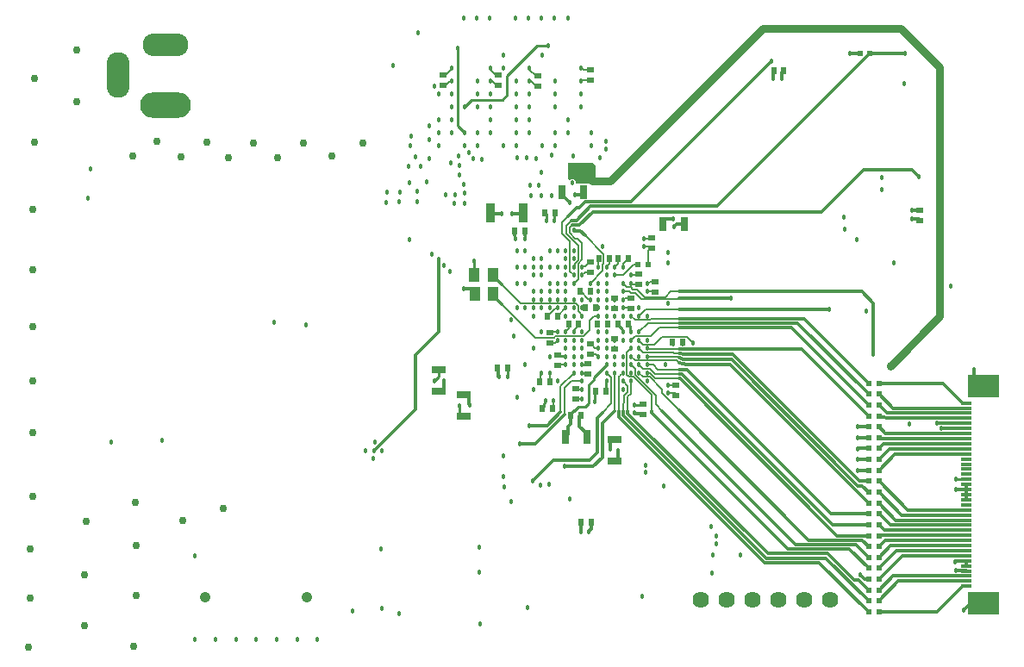
<source format=gbl>
G04*
G04 #@! TF.GenerationSoftware,Altium Limited,Altium Designer,20.1.11 (218)*
G04*
G04 Layer_Physical_Order=4*
G04 Layer_Color=16711680*
%FSLAX25Y25*%
%MOIN*%
G70*
G04*
G04 #@! TF.SameCoordinates,79C4E474-355B-46CA-A0E8-57BC19F8BC65*
G04*
G04*
G04 #@! TF.FilePolarity,Positive*
G04*
G01*
G75*
%ADD18C,0.00500*%
%ADD22C,0.01000*%
%ADD24R,0.02362X0.02756*%
%ADD25R,0.02362X0.02362*%
%ADD28R,0.02756X0.02362*%
%ADD33R,0.05512X0.03150*%
%ADD42R,0.03150X0.05512*%
%ADD72C,0.01233*%
%ADD73C,0.03000*%
%ADD74C,0.00800*%
%ADD75C,0.06378*%
%ADD76O,0.08858X0.17717*%
%ADD77O,0.17717X0.08858*%
%ADD78O,0.19685X0.09843*%
%ADD79C,0.04134*%
%ADD80C,0.03000*%
%ADD81C,0.01800*%
%ADD83R,0.04331X0.05512*%
%ADD84R,0.03740X0.07480*%
%ADD85R,0.04331X0.01181*%
%ADD86R,0.12205X0.09055*%
%ADD87C,0.01200*%
%ADD88C,0.01207*%
G36*
X406940Y339301D02*
Y332765D01*
X406562Y332387D01*
X399595D01*
X399452Y332561D01*
X399343Y333107D01*
X399034Y333570D01*
X398571Y333880D01*
X398025Y333988D01*
X397479Y333880D01*
X397125Y333643D01*
X396402Y334366D01*
X396447Y340457D01*
X405761Y340479D01*
X406940Y339301D01*
D02*
G37*
D18*
X433865Y288501D02*
X436010Y290646D01*
X439446D01*
X426003Y288501D02*
X433865D01*
X423079Y291425D02*
X426003Y288501D01*
X421275Y291425D02*
X423079D01*
X417534Y293766D02*
X419099Y292201D01*
X420499D01*
X421275Y291425D01*
X438794Y287538D02*
X439192Y287936D01*
X424607Y287538D02*
X438794D01*
X422222Y289922D02*
X424607Y287538D01*
X417521Y290622D02*
X420068D01*
X420768Y289922D02*
X422222D01*
X420068Y290622D02*
X420768Y289922D01*
X428667Y244390D02*
Y250527D01*
X421638Y257556D02*
X428667Y250527D01*
X432687Y251204D02*
Y252741D01*
X425390Y257556D02*
X427872D01*
X432687Y252741D01*
X429953Y256901D02*
X439192D01*
X427977Y258877D02*
X429953Y256901D01*
X426970Y259126D02*
X427219Y258877D01*
X427977D01*
X419101Y258475D02*
X420021Y257556D01*
X419101Y267005D02*
X420671Y268575D01*
X419101Y258475D02*
Y267005D01*
X437111Y266995D02*
X437417Y266689D01*
X423820Y268575D02*
X425400Y266995D01*
X437111D01*
X426970Y268575D02*
X427123Y268422D01*
X388403Y280919D02*
Y281116D01*
X391361Y284074D01*
X392076D01*
X392324Y284323D01*
X392340Y280919D02*
Y281116D01*
X395474Y284250D01*
Y284323D01*
Y274874D02*
X396826Y276225D01*
X402852Y312288D02*
X410159Y304981D01*
X409651Y300925D02*
X410159Y301433D01*
Y304981D01*
X404889Y293813D02*
X409651Y298575D01*
Y300925D01*
X427643Y308133D02*
X428290Y307486D01*
X425659Y308133D02*
X427643D01*
X427783Y310916D02*
X428290Y311423D01*
X425715Y310916D02*
X427783D01*
X426376Y283728D02*
X439209D01*
X423820Y281173D02*
X426376Y283728D01*
X414378Y296935D02*
X417535D01*
X421501Y300901D01*
X423457D01*
X427394D02*
Y306590D01*
X428290Y307486D01*
X415735Y301433D02*
Y303399D01*
X414372Y300071D02*
X415735Y301433D01*
X406412Y281065D02*
X407964D01*
X404808Y275688D02*
Y279461D01*
X406412Y281065D01*
X401310Y290548D02*
Y290745D01*
Y290548D02*
X404137Y287721D01*
X404674D01*
X404923Y287472D01*
X400589Y282511D02*
X401773Y281326D01*
X400194Y282906D02*
Y284973D01*
X400589Y282511D02*
Y282511D01*
X400194Y282906D02*
X400589Y282511D01*
X399274Y285893D02*
X400194Y284973D01*
X418142Y247574D02*
Y250487D01*
X419447Y251792D02*
Y254051D01*
X418142Y250487D02*
X419447Y251792D01*
X420021Y257556D02*
X421638D01*
X432687Y251204D02*
X439192Y244699D01*
X423820Y259126D02*
X425390Y257556D01*
X429960Y258634D02*
X439192D01*
X423820Y262275D02*
X425390Y260705D01*
X427888D01*
X429960Y258634D01*
X420671Y262275D02*
X422251Y260696D01*
Y258475D02*
X430220Y250506D01*
Y246853D02*
Y250506D01*
X422251Y258475D02*
Y260696D01*
X420671Y271724D02*
X422251Y273304D01*
X428489D02*
X431786Y276601D01*
X422251Y273304D02*
X428489D01*
X425390Y270154D02*
X429592D01*
X432575Y273137D01*
X423820Y271724D02*
X425390Y270154D01*
X432575Y273137D02*
X442310D01*
X444713Y270733D01*
X420824Y281173D02*
X422476Y279522D01*
X428029D02*
X428591Y280083D01*
X422476Y279522D02*
X428029D01*
X370570Y293206D02*
X377884Y285893D01*
X399274D01*
X389231Y270649D02*
X391277D01*
X392268Y271639D01*
X402420Y273301D02*
X404808Y275688D01*
X391452Y273301D02*
X402420D01*
X390886Y272735D02*
X391452Y273301D01*
X383657Y272735D02*
X390886D01*
X370570Y285822D02*
X383657Y272735D01*
X397054Y298491D02*
Y309926D01*
Y298491D02*
X398624Y296921D01*
Y293772D02*
X400203Y295351D01*
Y301278D01*
X393933Y317222D02*
X396464Y319754D01*
X393933Y313047D02*
Y317222D01*
Y313047D02*
X397054Y309926D01*
X395725Y312849D02*
Y316073D01*
X397673Y318021D01*
X395725Y312849D02*
X400194Y308381D01*
Y302570D02*
Y308381D01*
X396892Y315216D02*
X397964Y316288D01*
X397975D01*
X396892Y313202D02*
X398942Y311152D01*
X396892Y313202D02*
Y315216D01*
X398942Y311152D02*
X400115D01*
X401807Y309460D01*
Y302882D02*
Y309460D01*
X400203Y301278D02*
X401807Y302882D01*
X398624Y300071D02*
X398872Y300319D01*
Y301249D01*
X400194Y302570D01*
X392753Y261940D02*
X393089Y262275D01*
X395474D01*
X390787Y245760D02*
Y248437D01*
X390237Y245210D02*
X390787Y245760D01*
X429188Y262275D02*
X431022Y260442D01*
X439192D01*
X426970Y262275D02*
X429188D01*
X435002Y254401D02*
X438239D01*
X432346Y276747D02*
X439192Y276617D01*
X431932Y276747D02*
X432346D01*
X439192Y276617D02*
X439192D01*
X431786Y276601D02*
X431932Y276747D01*
X439192Y278350D02*
X439192D01*
X427362Y278415D02*
X427776D01*
X439192Y278350D01*
X423820Y274874D02*
X427215Y278269D01*
X427362Y278415D01*
X428591Y280083D02*
X439192D01*
X420671Y281173D02*
X420824D01*
X409596Y243629D02*
X413151Y247184D01*
X411222Y259126D02*
X413151Y257197D01*
Y247184D02*
Y257197D01*
X414199Y244390D02*
X414199Y244390D01*
X414372Y259126D01*
X401773Y281173D02*
Y281326D01*
X407964Y281065D02*
X408073Y281173D01*
X394959Y242989D02*
Y253194D01*
X397741Y255976D01*
X393382Y253884D02*
X398624Y259126D01*
X393382Y244059D02*
Y253884D01*
X397741Y255976D02*
X401773D01*
X415933Y244390D02*
Y247408D01*
X417713Y244390D02*
Y247146D01*
X418142Y247574D01*
X438665Y265420D02*
X439192Y264893D01*
X437417Y266689D02*
X439192D01*
X427123Y268422D02*
X439192D01*
X419447Y244390D02*
Y247383D01*
X438432Y263853D02*
X439192Y263093D01*
X435161Y263853D02*
X438432D01*
X435162Y265420D02*
X438665D01*
X430220Y246853D02*
X432683Y244390D01*
X437821Y251252D02*
X438423Y250649D01*
X398872Y276012D02*
X400763Y277903D01*
X373069Y260393D02*
X373118Y260344D01*
X389231Y274586D02*
X389516Y274871D01*
X392331D01*
X400763Y277903D02*
Y278099D01*
X398872Y275123D02*
Y276012D01*
X398624Y274874D02*
X398872Y275123D01*
X396826Y276225D02*
Y278099D01*
X385515Y256281D02*
Y258264D01*
X386025Y258774D01*
Y259126D01*
X399280Y248915D02*
X399484Y249119D01*
X401810D01*
X399280Y252852D02*
X399306Y252827D01*
X401773D01*
X405057Y270318D02*
X405254D01*
X406749Y268823D01*
X407824D01*
X408073Y268575D01*
X405057Y266381D02*
X407116D01*
X408073Y265425D01*
X412358Y301206D02*
Y303173D01*
X411222Y300071D02*
X412358Y301206D01*
X408073Y302825D02*
X408421Y303173D01*
X408073Y300071D02*
Y302825D01*
X402840Y297988D02*
X404907D01*
X401773Y296921D02*
X402840Y297988D01*
X404710Y301925D02*
X404907D01*
X403104Y300319D02*
X404710Y301925D01*
X402022Y300319D02*
X403104D01*
X401773Y300071D02*
X402022Y300319D01*
X418315Y287914D02*
X420292D01*
X417873Y287472D02*
X418315Y287914D01*
X417521Y287472D02*
X417873D01*
X419946Y284323D02*
X420292Y283977D01*
X417521Y284323D02*
X419946D01*
X429769Y290622D02*
X430010Y290381D01*
X426970Y290622D02*
X429769D01*
X427868Y294318D02*
X430010D01*
X427322Y293772D02*
X427868Y294318D01*
X426970Y293772D02*
X427322D01*
X423289Y296921D02*
X423646Y297278D01*
X420671Y296921D02*
X423289D01*
X421453Y293341D02*
X423646D01*
X421023Y293772D02*
X421453Y293341D01*
X420671Y293772D02*
X421023D01*
X419672Y303202D02*
Y303399D01*
X417770Y301301D02*
X419672Y303202D01*
X417770Y300319D02*
Y301301D01*
X417521Y300071D02*
X417770Y300319D01*
X435002Y251252D02*
X437821D01*
X438239Y254401D02*
X438423Y254586D01*
X424788Y246774D02*
X424824Y246738D01*
X419447Y249904D02*
X420671Y251128D01*
Y255976D01*
X419447Y247383D02*
Y249904D01*
X417521Y255976D02*
X419447Y254051D01*
X415933Y247408D02*
Y257537D01*
X416355Y257959D02*
X417521Y259126D01*
X415933Y257537D02*
X416355Y257959D01*
X389188Y256546D02*
X389453Y256281D01*
X389188Y256546D02*
Y259115D01*
X422243Y263853D02*
X435161D01*
X420671Y265425D02*
X422243Y263853D01*
X435157Y265425D02*
X435162Y265420D01*
X428620Y265425D02*
X435157D01*
X426970D02*
X428620D01*
D22*
X419598Y277951D02*
X420279Y277270D01*
Y275482D02*
Y277270D01*
Y275482D02*
X420671Y275090D01*
Y274874D02*
Y275090D01*
X415661Y277754D02*
Y277951D01*
Y277754D02*
X417273Y276142D01*
Y275123D02*
Y276142D01*
Y275123D02*
X417521Y274874D01*
X391120Y317970D02*
Y320557D01*
X390932Y320745D02*
X391120Y320557D01*
X387868Y317931D02*
Y320646D01*
X387381Y321132D02*
X387868Y320646D01*
X406413Y257466D02*
X411222Y262275D01*
X406413Y256672D02*
Y257466D01*
X403764Y262428D02*
X404115Y262779D01*
X401926Y262428D02*
X403764D01*
X401773Y262275D02*
X401926Y262428D01*
X404115Y262779D02*
X404312D01*
X404179Y254438D02*
X406413Y256672D01*
X404179Y247399D02*
Y254438D01*
X402907Y246127D02*
X404179Y247399D01*
X398634Y244390D02*
X400371Y246127D01*
X402907D01*
X410968Y252161D02*
X411095Y252288D01*
Y255849D01*
X411222Y255976D01*
X406651Y251780D02*
X407031Y252161D01*
X406651Y248098D02*
Y251780D01*
X406498Y247945D02*
X406651Y248098D01*
X403972Y258984D02*
X404115Y258842D01*
X401915Y258984D02*
X403972D01*
X401773Y259126D02*
X401915Y258984D01*
X378890Y320718D02*
X379018Y320846D01*
X353592Y354761D02*
Y384682D01*
Y354761D02*
X356227Y352126D01*
X384374Y385680D02*
X388707D01*
X372637Y373943D02*
X384374Y385680D01*
X372637Y366538D02*
Y373943D01*
X370882Y364783D02*
X372637Y366538D01*
X356188Y362122D02*
X358849Y364783D01*
X370882D01*
X360081Y297200D02*
X360122Y297158D01*
X360081Y297200D02*
Y302226D01*
X392753Y265877D02*
X393052Y265578D01*
X395321D01*
X395474Y265425D01*
X386300Y245210D02*
X386981Y245891D01*
Y247379D01*
X387667Y248066D01*
Y248282D01*
X355341Y242317D02*
X355977D01*
X354266Y243391D02*
X355341Y242317D01*
X354266Y243391D02*
Y246368D01*
X346488Y257741D02*
Y260358D01*
X344816Y256070D02*
X346488Y257741D01*
X379747Y310922D02*
Y312222D01*
X379739Y310914D02*
X379747Y310922D01*
X375810Y311012D02*
Y312222D01*
Y311012D02*
X375855Y310966D01*
X390932Y320745D02*
X391318Y321132D01*
X550422Y217966D02*
X550466Y217921D01*
X546312Y217966D02*
X550422D01*
X546268Y218010D02*
X546312Y217966D01*
X373118Y257528D02*
Y260344D01*
X422135Y246774D02*
X424788D01*
D24*
X401032Y290746D02*
D03*
X404969D02*
D03*
X402965Y284378D02*
D03*
X406903D02*
D03*
X407673Y278055D02*
D03*
X411610D02*
D03*
X392340Y280919D02*
D03*
X388403D02*
D03*
X396532Y278032D02*
D03*
X400469D02*
D03*
X389345Y255820D02*
D03*
X385408D02*
D03*
X369143Y260910D02*
D03*
X373080D02*
D03*
X386300Y245210D02*
D03*
X390237D02*
D03*
X397267Y242826D02*
D03*
X401204D02*
D03*
X407031Y252161D02*
D03*
X410968D02*
D03*
X436812Y271009D02*
D03*
X440750D02*
D03*
X419598Y277951D02*
D03*
X415661D02*
D03*
X412245Y303326D02*
D03*
X408308D02*
D03*
X419672Y303399D02*
D03*
X415735D02*
D03*
X375810Y314148D02*
D03*
X379747D02*
D03*
X387381Y321132D02*
D03*
X391318D02*
D03*
X479797Y376130D02*
D03*
X475860D02*
D03*
X401255Y201388D02*
D03*
X405192D02*
D03*
D25*
X427394Y300901D02*
D03*
X423457D02*
D03*
X509214Y382813D02*
D03*
X513151D02*
D03*
X516497Y191950D02*
D03*
X512560D02*
D03*
X516497Y196162D02*
D03*
X512560D02*
D03*
Y166676D02*
D03*
X516497D02*
D03*
Y200375D02*
D03*
X512560D02*
D03*
Y170888D02*
D03*
X516497D02*
D03*
Y204587D02*
D03*
X512560D02*
D03*
Y175101D02*
D03*
X516497D02*
D03*
Y208800D02*
D03*
X512560D02*
D03*
Y183525D02*
D03*
X516497D02*
D03*
Y213012D02*
D03*
X512560D02*
D03*
Y187738D02*
D03*
X516497D02*
D03*
Y217224D02*
D03*
X512560D02*
D03*
X516497Y242498D02*
D03*
X512560D02*
D03*
X516497Y246711D02*
D03*
X512560D02*
D03*
X516497Y250923D02*
D03*
X512560D02*
D03*
X516497Y255135D02*
D03*
X512560D02*
D03*
X516497Y179313D02*
D03*
X512560D02*
D03*
X516497Y221437D02*
D03*
X512560D02*
D03*
X516497Y225649D02*
D03*
X512560D02*
D03*
X516497Y229861D02*
D03*
X512560D02*
D03*
X516497Y234074D02*
D03*
X512560D02*
D03*
X516497Y238286D02*
D03*
X512560D02*
D03*
D28*
X404893Y266374D02*
D03*
Y270311D02*
D03*
X404115Y262779D02*
D03*
Y258842D02*
D03*
X389231Y274586D02*
D03*
Y270649D02*
D03*
X392299Y265967D02*
D03*
Y262031D02*
D03*
X399280Y248915D02*
D03*
Y252852D02*
D03*
X425390Y243049D02*
D03*
Y246986D02*
D03*
X438057Y250289D02*
D03*
Y254226D02*
D03*
X414320Y268300D02*
D03*
Y272237D02*
D03*
X414462Y284115D02*
D03*
Y288052D02*
D03*
X420572Y287996D02*
D03*
Y284059D02*
D03*
X430010Y290381D02*
D03*
Y294318D02*
D03*
X423757Y297277D02*
D03*
Y293340D02*
D03*
X404907Y297988D02*
D03*
Y301925D02*
D03*
X428797Y311446D02*
D03*
Y307509D02*
D03*
X405081Y376193D02*
D03*
Y372256D02*
D03*
X384586Y374046D02*
D03*
Y370109D02*
D03*
X369294Y374220D02*
D03*
Y370283D02*
D03*
X348115Y374210D02*
D03*
Y370273D02*
D03*
X532451Y322038D02*
D03*
Y318101D02*
D03*
D33*
X414226Y224933D02*
D03*
Y233201D02*
D03*
X355977Y250584D02*
D03*
Y242317D02*
D03*
X346488Y252090D02*
D03*
Y260358D02*
D03*
D42*
X395259Y234439D02*
D03*
X403527D02*
D03*
X441409Y316716D02*
D03*
X433142D02*
D03*
X394049Y329091D02*
D03*
X402316D02*
D03*
D72*
X403527Y234439D02*
Y235620D01*
X400776Y238372D02*
X403527Y235620D01*
X400776Y238372D02*
Y239523D01*
X400667Y239632D02*
X400776Y239523D01*
X395259Y234439D02*
X396217Y235398D01*
Y238327D01*
X397350Y239459D01*
Y239613D01*
Y239757D02*
Y242743D01*
X397267Y242826D02*
X397350Y242743D01*
Y239613D02*
Y239757D01*
X397372Y239779D01*
X400667Y239632D02*
Y239926D01*
X400750Y240009D01*
Y242372D01*
X401204Y242826D01*
X509887Y290646D02*
X514365Y286168D01*
Y266219D02*
Y286168D01*
X439446Y290646D02*
X509887D01*
X439192Y287936D02*
X439348Y288091D01*
X428667Y243703D02*
X481408Y190963D01*
X428667Y243703D02*
Y244390D01*
X397267Y242826D02*
Y243022D01*
X398634Y244390D01*
X414226Y224933D02*
X414836D01*
X415794Y225891D01*
Y229158D01*
X413637Y233201D02*
X414226D01*
X412679Y232243D02*
X413637Y233201D01*
X412679Y229664D02*
Y232243D01*
X439192Y256901D02*
X439637D01*
X500375Y196162D01*
X401045Y314095D02*
X402852Y312288D01*
X398850Y314095D02*
X401045D01*
X398742Y314204D02*
X398850Y314095D01*
X497102Y283728D02*
X497210Y283620D01*
X439209Y283728D02*
X497102D01*
X439192Y244699D02*
X489462Y194429D01*
X510081D01*
X374751Y320718D02*
X378890D01*
X511715Y381377D02*
X513151Y382813D01*
X511715Y381372D02*
Y381377D01*
X454008Y323666D02*
X511715Y381372D01*
X405148Y323666D02*
X454008D01*
X396464Y319754D02*
X399565Y322854D01*
X403136Y325218D02*
X404354D01*
X404534Y325399D02*
X420753D01*
X404354Y325218D02*
X404534Y325399D01*
X399565Y322854D02*
X400773D01*
X420753Y325399D02*
X475106Y379752D01*
X400773Y322854D02*
X403136Y325218D01*
X529337Y337711D02*
X531923Y335125D01*
X510559Y337711D02*
X529337D01*
X405840Y321364D02*
X494211D01*
X510559Y337711D01*
X397673Y318021D02*
X399504D01*
X405148Y323666D01*
X397975Y316288D02*
X400764D01*
X405840Y321364D01*
X360241Y289654D02*
Y290238D01*
X358693Y291787D02*
X360241Y290238D01*
X356107Y291787D02*
X358693D01*
X439192Y260442D02*
X442384Y260352D01*
X498149Y204587D01*
X355977Y250584D02*
X357158D01*
X358116Y249626D01*
Y246993D02*
Y249626D01*
Y246993D02*
X358281Y246828D01*
Y246675D02*
Y246828D01*
X346488Y252090D02*
X347453D01*
X348411Y253048D01*
Y256070D01*
X394049Y327909D02*
Y329091D01*
Y327909D02*
X396945Y325013D01*
Y325000D02*
Y325013D01*
X379747Y312222D02*
Y314148D01*
X375810Y312222D02*
Y314148D01*
X366261Y320808D02*
X370727D01*
X513151Y382813D02*
X513157Y382819D01*
X526674D01*
X526680Y382825D01*
X505459Y382737D02*
X505535Y382813D01*
X509214D01*
X439192Y276617D02*
X482654D01*
X512560Y246711D01*
X439192Y278350D02*
X485133D01*
X512560Y250923D01*
X439192Y280083D02*
X487612D01*
X512560Y255135D01*
X549252Y167330D02*
X551930Y170008D01*
X557159D01*
X557077Y254024D02*
X557159D01*
X553166Y257934D02*
X557077Y254024D01*
X553166Y257934D02*
Y260427D01*
X544470Y239575D02*
X550466D01*
X544374Y239671D02*
X544470Y239575D01*
X539135Y239671D02*
X544374D01*
X538990Y239527D02*
X539135Y239671D01*
X538837Y239527D02*
X538990D01*
X550442Y237630D02*
X550466Y237606D01*
X540786Y237630D02*
X550442D01*
X540762Y237654D02*
X540786Y237630D01*
X550466Y213984D02*
Y215953D01*
Y212016D02*
Y213984D01*
Y210047D02*
Y212016D01*
X550440Y214010D02*
X550466Y213984D01*
X546676Y214010D02*
X550440D01*
X546515Y214171D02*
X546676Y214010D01*
X546362Y214171D02*
X546515D01*
X550466Y184457D02*
Y186425D01*
X550440Y186399D02*
X550466Y186425D01*
X546604Y186399D02*
X550440D01*
X546148Y185943D02*
X546604Y186399D01*
X545995Y185943D02*
X546148D01*
X550442Y182512D02*
X550466Y182488D01*
X546239Y182512D02*
X550442D01*
X546215Y182536D02*
X546239Y182512D01*
X383504Y231534D02*
X394959Y242989D01*
X377751Y231534D02*
X383504D01*
X346179Y274856D02*
Y302870D01*
X337287Y244894D02*
Y265964D01*
X346179Y274856D01*
X321252Y228859D02*
X337287Y244894D01*
X439348Y288091D02*
X459468D01*
X407629Y241662D02*
X409596Y243629D01*
X413885Y244043D02*
X414199Y244390D01*
X409551Y239709D02*
X413885Y244043D01*
X367209Y296567D02*
X370570Y293206D01*
X367328Y289064D02*
X370570Y285822D01*
X367328Y289064D02*
Y289654D01*
X367209Y296567D02*
Y297158D01*
X381274Y238821D02*
X388232D01*
X393382Y243971D01*
Y244059D01*
X407629Y228347D02*
Y241662D01*
X404616Y225333D02*
X407629Y228347D01*
X382681Y217414D02*
X390600Y225333D01*
X404616D01*
X409551Y226493D02*
Y239709D01*
X405971Y222913D02*
X409551Y226493D01*
X394861Y222913D02*
X405971D01*
X395259Y233258D02*
Y234439D01*
X417713Y242748D02*
X472965Y187496D01*
X417713Y242748D02*
Y244390D01*
X415933Y242077D02*
X472247Y185763D01*
X415933Y242077D02*
Y244390D01*
X472247Y185763D02*
X493472D01*
X472965Y187496D02*
X495952D01*
X508775Y178885D02*
X512560Y175101D01*
X516497Y234074D02*
X516875Y233695D01*
X516497Y242498D02*
X517061Y241934D01*
X548944Y176583D02*
X550466D01*
X419447Y243466D02*
X473683Y189230D01*
X500375Y196162D02*
X512560D01*
X516576Y196242D02*
X550440D01*
X419447Y243466D02*
Y244390D01*
X517061Y241934D02*
X518823D01*
X508320Y215491D02*
X510081D01*
X432683Y244390D02*
X484377Y192696D01*
X439192Y258634D02*
X440354D01*
X510081Y194429D02*
X512560Y191950D01*
X493472Y185763D02*
X512560Y166676D01*
X440354Y258634D02*
X498614Y200375D01*
X512560D01*
X495952Y187496D02*
X512560Y170888D01*
X498149Y204587D02*
X512560D01*
X496670Y189230D02*
X507014Y178885D01*
X473683Y189230D02*
X496670D01*
X507014Y178885D02*
X508775D01*
X459021Y262339D02*
X512560Y208800D01*
X442292Y262339D02*
X459021D01*
X440573Y262757D02*
X442292Y262339D01*
X439192Y263093D02*
X440573Y262757D01*
X505122Y190963D02*
X512560Y183525D01*
X481408Y190963D02*
X505122D01*
X459596Y264214D02*
X508320Y215491D01*
X441987Y264214D02*
X459596D01*
X510081Y215491D02*
X512560Y213012D01*
X440912Y264476D02*
X441987Y264214D01*
X439192Y264893D02*
X440912Y264476D01*
X484377Y192696D02*
X507602D01*
X512560Y187738D01*
X509037Y217224D02*
X512560D01*
X441252Y266194D02*
X460068D01*
X509037Y217224D01*
X439214Y266689D02*
X441252Y266194D01*
X439192Y266689D02*
X439214D01*
X440377Y268258D02*
X440395Y268240D01*
X486818D02*
X512560Y242498D01*
X440096Y268258D02*
X440377D01*
X440395Y268240D02*
X486818D01*
X518336Y231701D02*
X550466D01*
X516497Y229861D02*
X518336Y231701D01*
X525578Y188394D02*
X550466D01*
X516497Y179313D02*
X525578Y188394D01*
X516875Y233695D02*
X550440D01*
X550466Y233669D01*
X520580Y229732D02*
X550466D01*
X516497Y225649D02*
X520580Y229732D01*
X522824Y227764D02*
X550466D01*
X516497Y221437D02*
X522824Y227764D01*
X539037Y166676D02*
X548944Y176583D01*
X516497Y166676D02*
X539037D01*
X524160Y178551D02*
X550466D01*
X516497Y170888D02*
X524160Y178551D01*
X521916Y180520D02*
X550466D01*
X516497Y175101D02*
X521916Y180520D01*
X527611Y206110D02*
X550466D01*
X516497Y217224D02*
X527611Y206110D01*
X518823Y241934D02*
X519213Y241543D01*
X550466D01*
X519696Y243512D02*
X550466D01*
X516497Y246711D02*
X519696Y243512D01*
X521940Y245480D02*
X550466D01*
X516497Y250923D02*
X521940Y245480D01*
X523334Y190362D02*
X550466D01*
X516497Y183525D02*
X523334Y190362D01*
X521090Y192331D02*
X550466D01*
X516497Y187738D02*
X521090Y192331D01*
X518846Y194299D02*
X550466D01*
X516497Y191950D02*
X518846Y194299D01*
X516497Y196162D02*
X516576Y196242D01*
X550440D02*
X550466Y196268D01*
X518636Y198236D02*
X550466D01*
X516497Y200375D02*
X518636Y198236D01*
X520879Y200205D02*
X550466D01*
X516497Y204587D02*
X520879Y200205D01*
X523123Y202173D02*
X550466D01*
X516497Y208800D02*
X523123Y202173D01*
X525367Y204142D02*
X550466D01*
X516497Y213012D02*
X525367Y204142D01*
X516497Y255135D02*
X541257D01*
X548918Y247475D01*
X519145Y235638D02*
X550466D01*
X516497Y238286D02*
X519145Y235638D01*
X509338Y180902D02*
X510927Y179313D01*
X512560D01*
X508474Y221409D02*
X508502Y221437D01*
X512560D01*
X508419Y225666D02*
X508436Y225649D01*
X512560D01*
X508386Y229795D02*
X508452Y229861D01*
X512560D01*
X512526Y234108D02*
X512560Y234074D01*
X508349Y234108D02*
X512526D01*
X508315Y234142D02*
X508349Y234108D01*
X508362Y238330D02*
X508406Y238286D01*
X512560D01*
X369132Y260393D02*
X369410Y260115D01*
Y257677D02*
Y260115D01*
Y257677D02*
X369518Y257568D01*
X438293Y316716D02*
X441409D01*
X437381Y315804D02*
X438293Y316716D01*
X437309Y315804D02*
X437381D01*
X433142Y316716D02*
Y317790D01*
X434100Y318748D01*
X437019D01*
X424259Y243366D02*
X424824Y242801D01*
X422552Y243366D02*
X424259D01*
X422231Y243687D02*
X422552Y243366D01*
X422077Y243687D02*
X422231D01*
X531887Y318666D02*
X532451Y318101D01*
X529553Y318666D02*
X531887D01*
X529394Y318824D02*
X529553Y318666D01*
X529241Y318824D02*
X529394D01*
X532403Y321990D02*
X532451Y322038D01*
X529370Y321990D02*
X532403D01*
X529322Y321941D02*
X529370Y321990D01*
X405192Y198769D02*
Y201388D01*
X404410Y197987D02*
X405192Y198769D01*
X404410Y197834D02*
Y197987D01*
X401241Y201374D02*
X401255Y201388D01*
X401241Y197844D02*
Y201374D01*
X401228Y197831D02*
X401241Y197844D01*
X479069Y375470D02*
X479633Y376035D01*
X479069Y373329D02*
Y375470D01*
X478883Y373143D02*
X479069Y373329D01*
X478883Y372990D02*
Y373143D01*
X475665Y374752D02*
Y376004D01*
Y373122D02*
Y374752D01*
X475696Y374783D01*
D73*
X412762Y333395D02*
X471732Y392365D01*
X405503Y333395D02*
X412762D01*
X520913Y261700D02*
X540094Y280881D01*
Y377327D01*
X525057Y392365D02*
X540094Y377327D01*
X471732Y392365D02*
X525057D01*
X520913Y261700D02*
Y261864D01*
D74*
X348511Y370129D02*
X348708D01*
X348511Y374066D02*
X348708D01*
X368686Y370189D02*
X368883D01*
X368686Y374126D02*
X368883D01*
X381191Y372169D02*
X381382Y371978D01*
X381970D01*
X381191Y377158D02*
X381382Y376966D01*
Y376503D02*
Y376966D01*
X383940Y370009D02*
X384137D01*
X401264Y372146D02*
X401319Y372201D01*
X405025D01*
X405081Y372256D01*
X401252Y377146D02*
X401523D01*
X402475Y376193D01*
X405081D01*
X383940Y373946D02*
X384137D01*
X366191Y372169D02*
X366382Y371978D01*
X366897D01*
X368686Y370189D01*
X351000Y371978D02*
X351191Y372169D01*
X350557Y371978D02*
X351000D01*
X348708Y370129D02*
X350557Y371978D01*
X366191Y377158D02*
X366382Y376966D01*
Y376429D02*
Y376966D01*
Y376429D02*
X368686Y374126D01*
X351000Y376966D02*
X351191Y377158D01*
X351000Y376357D02*
Y376966D01*
X348708Y374066D02*
X351000Y376357D01*
X381970Y371978D02*
X383940Y370009D01*
X381382Y376503D02*
X383940Y373946D01*
D75*
X447562Y171295D02*
D03*
X457562D02*
D03*
X467562D02*
D03*
X477562D02*
D03*
X487562D02*
D03*
X497562D02*
D03*
D76*
X222279Y374342D02*
D03*
D77*
X240783Y386153D02*
D03*
D78*
Y362530D02*
D03*
D79*
X295468Y172293D02*
D03*
X256098D02*
D03*
D80*
X263155Y206584D02*
D03*
X247344Y201862D02*
D03*
X228454Y153404D02*
D03*
X229276Y172910D02*
D03*
Y192416D02*
D03*
X228865Y209048D02*
D03*
X209975Y201656D02*
D03*
X209359Y180918D02*
D03*
Y161207D02*
D03*
X187594Y152994D02*
D03*
X188210Y172089D02*
D03*
X188416Y190979D02*
D03*
X189237Y211307D02*
D03*
Y235946D02*
D03*
X189442Y255862D02*
D03*
X189237Y277011D02*
D03*
Y298981D02*
D03*
X189442Y322388D02*
D03*
X190058Y348464D02*
D03*
Y373104D02*
D03*
X206279Y364069D02*
D03*
Y383986D02*
D03*
X316950Y348054D02*
D03*
X294159Y347849D02*
D03*
X274653Y348054D02*
D03*
X256584Y348259D02*
D03*
X237489Y348670D02*
D03*
X227838Y343126D02*
D03*
X246523Y342715D02*
D03*
X265002Y342510D02*
D03*
X284098D02*
D03*
X304899Y342855D02*
D03*
D81*
X462903Y188582D02*
D03*
X507935Y310768D02*
D03*
X397159Y210425D02*
D03*
X453731Y193092D02*
D03*
X453754Y195852D02*
D03*
X398856Y327916D02*
D03*
X359577Y342138D02*
D03*
X397350Y239613D02*
D03*
X400667Y239632D02*
D03*
X391120Y317970D02*
D03*
X387868Y317931D02*
D03*
X528291Y239478D02*
D03*
X526315Y371164D02*
D03*
X514365Y266219D02*
D03*
X371164Y227130D02*
D03*
X385674Y215798D02*
D03*
X389137Y216065D02*
D03*
X415794Y229158D02*
D03*
X412679Y229664D02*
D03*
X401271Y335744D02*
D03*
X398247Y335788D02*
D03*
X401293Y338723D02*
D03*
X398203Y338811D02*
D03*
X405503Y333395D02*
D03*
X420671Y265425D02*
D03*
X426970Y268575D02*
D03*
X425659Y308133D02*
D03*
X425715Y310916D02*
D03*
X497210Y283620D02*
D03*
X417534Y293766D02*
D03*
X414378Y296935D02*
D03*
X411222Y296921D02*
D03*
X398624Y306370D02*
D03*
X382876Y252827D02*
D03*
X376576Y293772D02*
D03*
X395474Y281173D02*
D03*
X408073D02*
D03*
X423820D02*
D03*
X398624Y268575D02*
D03*
X401773D02*
D03*
X389175Y265425D02*
D03*
X422135Y246774D02*
D03*
X420671Y255976D02*
D03*
X408073Y290622D02*
D03*
X411222Y284323D02*
D03*
X398624Y274874D02*
D03*
X401773Y271724D02*
D03*
X426970Y255976D02*
D03*
X382876Y290622D02*
D03*
X395474Y296921D02*
D03*
X386025D02*
D03*
X389175Y300071D02*
D03*
X408073Y274874D02*
D03*
X398624Y271724D02*
D03*
X411222Y274874D02*
D03*
X420671Y268575D02*
D03*
X426970Y262275D02*
D03*
X382876Y296921D02*
D03*
X389175Y290622D02*
D03*
X395474Y284323D02*
D03*
X374342Y279605D02*
D03*
X386025Y274874D02*
D03*
X417521D02*
D03*
X408073Y271724D02*
D03*
X411222Y265425D02*
D03*
X401773Y255976D02*
D03*
X411222Y290622D02*
D03*
X382876Y284323D02*
D03*
X398624Y281173D02*
D03*
Y262275D02*
D03*
X420671D02*
D03*
X373118Y257528D02*
D03*
X389175Y293772D02*
D03*
X411222Y287472D02*
D03*
X389175Y284323D02*
D03*
X408073Y278023D02*
D03*
X426970Y271724D02*
D03*
Y265425D02*
D03*
X420671Y259126D02*
D03*
X398624Y296921D02*
D03*
X420671Y296921D02*
D03*
X398624Y287472D02*
D03*
X434830Y285899D02*
D03*
X420671Y281173D02*
D03*
X401773Y274874D02*
D03*
X392268Y271639D02*
D03*
X414372Y262275D02*
D03*
X401773Y259126D02*
D03*
X392324Y255976D02*
D03*
X417521Y252827D02*
D03*
X382876Y300071D02*
D03*
X379726D02*
D03*
X404923Y287472D02*
D03*
X426970Y281173D02*
D03*
X411222Y278023D02*
D03*
X436912Y270235D02*
D03*
X411222Y262275D02*
D03*
X398624Y259126D02*
D03*
X426970D02*
D03*
X398624Y293772D02*
D03*
X434988Y305804D02*
D03*
X386025Y287472D02*
D03*
X408073Y284323D02*
D03*
X395474Y271724D02*
D03*
X382876Y268575D02*
D03*
X414372Y271724D02*
D03*
X395474Y265425D02*
D03*
X401773D02*
D03*
X420671Y293772D02*
D03*
X395474D02*
D03*
X376576Y306370D02*
D03*
X389175D02*
D03*
X382876Y287472D02*
D03*
X401773D02*
D03*
Y281173D02*
D03*
X411222Y271724D02*
D03*
X423820D02*
D03*
X408073Y268575D02*
D03*
X414372Y265425D02*
D03*
X423820D02*
D03*
X392324Y290622D02*
D03*
X426970D02*
D03*
X379726Y284323D02*
D03*
X386025D02*
D03*
X414372Y281173D02*
D03*
X395474Y268575D02*
D03*
Y262275D02*
D03*
X411222Y259126D02*
D03*
X435002Y251252D02*
D03*
X386025Y290622D02*
D03*
X376576Y284323D02*
D03*
X417521Y271724D02*
D03*
X386025Y259126D02*
D03*
X406498Y247945D02*
D03*
X408073Y293772D02*
D03*
X404923Y290622D02*
D03*
X379726Y293772D02*
D03*
X392324Y300071D02*
D03*
X395474Y303220D02*
D03*
Y290622D02*
D03*
X420671Y274874D02*
D03*
X408073Y265425D02*
D03*
X414372Y259126D02*
D03*
X417521D02*
D03*
Y255976D02*
D03*
X426970Y293772D02*
D03*
X417521Y290622D02*
D03*
X395474Y287472D02*
D03*
X411222Y281173D02*
D03*
X423820Y274874D02*
D03*
X411222Y268575D02*
D03*
X417521Y265425D02*
D03*
X423820Y262275D02*
D03*
X435002Y301645D02*
D03*
X398624Y303220D02*
D03*
X409640Y307954D02*
D03*
X386025Y303220D02*
D03*
X392324Y306370D02*
D03*
X417521Y287472D02*
D03*
X392324Y284323D02*
D03*
X382876Y281173D02*
D03*
X423820Y268575D02*
D03*
X411222Y255976D02*
D03*
Y293772D02*
D03*
X398624Y300071D02*
D03*
X414372D02*
D03*
X379726Y306370D02*
D03*
X398624Y284323D02*
D03*
X414372D02*
D03*
X417521D02*
D03*
X420671Y271724D02*
D03*
X398624Y265425D02*
D03*
X401773Y262275D02*
D03*
X390787Y248437D02*
D03*
X376576Y249677D02*
D03*
X401773Y252827D02*
D03*
X404889Y293813D02*
D03*
X389175Y287472D02*
D03*
X392324D02*
D03*
X414372D02*
D03*
X423820Y284323D02*
D03*
X375444Y273317D02*
D03*
X417521Y262275D02*
D03*
X423820Y259126D02*
D03*
X435002Y254401D02*
D03*
X395474Y300071D02*
D03*
X376576D02*
D03*
X408073Y287472D02*
D03*
X401773Y284323D02*
D03*
X417521Y281173D02*
D03*
X414372Y268575D02*
D03*
X392324Y293772D02*
D03*
X408073Y300071D02*
D03*
X386025D02*
D03*
X382876Y303220D02*
D03*
X395474Y274874D02*
D03*
X379726Y262275D02*
D03*
X395474Y306370D02*
D03*
X434037Y262275D02*
D03*
X475106Y379752D02*
D03*
X531923Y335125D02*
D03*
X353592Y384682D02*
D03*
X388707Y385680D02*
D03*
X351191Y377158D02*
D03*
X344535Y370083D02*
D03*
X346191Y367169D02*
D03*
X381191Y352169D02*
D03*
Y357170D02*
D03*
X396191Y352169D02*
D03*
Y357170D02*
D03*
X356107Y291787D02*
D03*
X360081Y302226D02*
D03*
X451804Y199826D02*
D03*
X354266Y246368D02*
D03*
X358281Y246675D02*
D03*
X348411Y256070D02*
D03*
X344816D02*
D03*
X366129Y396493D02*
D03*
X360857Y396482D02*
D03*
X355940Y396409D02*
D03*
X338455Y390523D02*
D03*
X328740Y378137D02*
D03*
X375924Y396304D02*
D03*
X381127Y396421D02*
D03*
X386097Y396450D02*
D03*
X396474Y396392D02*
D03*
X391066Y396480D02*
D03*
X391191Y362170D02*
D03*
Y367169D02*
D03*
X351191Y352169D02*
D03*
Y357170D02*
D03*
X391264Y372146D02*
D03*
X376168Y357097D02*
D03*
Y362097D02*
D03*
X376191Y372169D02*
D03*
X376240Y367073D02*
D03*
X371191Y382170D02*
D03*
X361191Y372169D02*
D03*
Y367169D02*
D03*
Y362170D02*
D03*
X366191Y357170D02*
D03*
Y352169D02*
D03*
X390066Y327833D02*
D03*
X398025Y332561D02*
D03*
X385995Y327702D02*
D03*
X381897Y327833D02*
D03*
X381792Y331589D02*
D03*
X384865Y331642D02*
D03*
X396945Y325000D02*
D03*
X379739Y310914D02*
D03*
X375855Y310966D02*
D03*
X370727Y320808D02*
D03*
X374751Y320718D02*
D03*
X526680Y382825D02*
D03*
X505459Y382737D02*
D03*
X517807Y330171D02*
D03*
X517699Y334587D02*
D03*
X544426Y292758D02*
D03*
X522347Y301832D02*
D03*
X503246Y314631D02*
D03*
X503161Y319372D02*
D03*
X444713Y270733D02*
D03*
X511560Y282846D02*
D03*
X549252Y167330D02*
D03*
X553166Y260427D02*
D03*
X540762Y237654D02*
D03*
X538837Y239527D02*
D03*
X546362Y214171D02*
D03*
X546215Y182536D02*
D03*
X545995Y185943D02*
D03*
X451925Y181648D02*
D03*
X452221Y188634D02*
D03*
X425155Y172823D02*
D03*
X380663Y168471D02*
D03*
X313043Y167072D02*
D03*
X299405Y155940D02*
D03*
X291531D02*
D03*
X283657D02*
D03*
X275783D02*
D03*
X267909D02*
D03*
X260035D02*
D03*
X252155Y155934D02*
D03*
X252070Y188208D02*
D03*
X239387Y233112D02*
D03*
X219567Y232430D02*
D03*
X326114Y325085D02*
D03*
X326169Y329142D02*
D03*
X331172Y329087D02*
D03*
X331117Y325251D02*
D03*
X337953Y325196D02*
D03*
Y329253D02*
D03*
X341678Y332866D02*
D03*
X335008Y332811D02*
D03*
X335072Y310666D02*
D03*
X295070Y277793D02*
D03*
X282569Y278691D02*
D03*
X211758Y338053D02*
D03*
X210723Y326706D02*
D03*
X377751Y231534D02*
D03*
X318019Y228979D02*
D03*
X320851Y225852D02*
D03*
X324408Y229102D02*
D03*
X321624Y232400D02*
D03*
X398742Y314204D02*
D03*
X343800Y305100D02*
D03*
X350727Y298432D02*
D03*
X348267Y300763D02*
D03*
X321252Y228859D02*
D03*
X346179Y302870D02*
D03*
X546268Y218010D02*
D03*
X520913Y261700D02*
D03*
X459468Y288091D02*
D03*
X356356Y324647D02*
D03*
X352468Y324517D02*
D03*
X348875Y328012D02*
D03*
X352534Y327979D02*
D03*
X356225Y328600D02*
D03*
X356029Y331900D02*
D03*
X398230Y343081D02*
D03*
X389939Y343198D02*
D03*
X408739Y342225D02*
D03*
X405391Y347090D02*
D03*
X405313Y351878D02*
D03*
X410996Y345728D02*
D03*
X410918Y348686D02*
D03*
X386083Y336697D02*
D03*
X383916Y342148D02*
D03*
X354458Y335794D02*
D03*
Y339333D02*
D03*
X357866Y344248D02*
D03*
X354130Y343134D02*
D03*
X337484Y342522D02*
D03*
X342560Y354627D02*
D03*
X342657Y349323D02*
D03*
X342723Y342164D02*
D03*
X339371Y338878D02*
D03*
X376607Y342341D02*
D03*
X380257D02*
D03*
X334765Y338955D02*
D03*
X335611Y350593D02*
D03*
X335452Y346996D02*
D03*
X362989Y341703D02*
D03*
X351127Y340371D02*
D03*
X324104Y191140D02*
D03*
X324298Y168043D02*
D03*
X331028Y165903D02*
D03*
X362268Y161906D02*
D03*
X362010Y182146D02*
D03*
X362051Y191687D02*
D03*
X371450Y218921D02*
D03*
X371585Y215056D02*
D03*
X374213Y209509D02*
D03*
X381274Y238821D02*
D03*
X382681Y217414D02*
D03*
X394861Y222913D02*
D03*
X433182Y215266D02*
D03*
X509338Y180902D02*
D03*
X508474Y221409D02*
D03*
X508419Y225666D02*
D03*
X508386Y229795D02*
D03*
X508315Y234142D02*
D03*
X508362Y238330D02*
D03*
X369518Y257568D02*
D03*
X392331Y274871D02*
D03*
X387667Y248282D02*
D03*
X401810Y249119D02*
D03*
X401773Y300071D02*
D03*
Y296921D02*
D03*
X437309Y315804D02*
D03*
X437019Y318748D02*
D03*
X417521Y300071D02*
D03*
X411222D02*
D03*
X440714Y270257D02*
D03*
X422077Y243687D02*
D03*
X389188Y259115D02*
D03*
X346168Y347097D02*
D03*
Y352097D02*
D03*
X356168Y347097D02*
D03*
X356227Y352126D02*
D03*
X356188Y362122D02*
D03*
X361168Y347097D02*
D03*
Y352097D02*
D03*
X371168Y347097D02*
D03*
X371191Y377169D02*
D03*
X376168Y347097D02*
D03*
Y352097D02*
D03*
X381191Y362170D02*
D03*
Y372169D02*
D03*
Y367169D02*
D03*
Y377158D02*
D03*
X386168Y347097D02*
D03*
X401264Y362146D02*
D03*
Y372146D02*
D03*
Y367146D02*
D03*
X401252Y377146D02*
D03*
X346168Y357097D02*
D03*
X386191Y382170D02*
D03*
X366191Y362170D02*
D03*
X351191D02*
D03*
X366191Y372169D02*
D03*
Y367169D02*
D03*
X351191D02*
D03*
Y372169D02*
D03*
X366191Y377158D02*
D03*
X391168Y347097D02*
D03*
Y352097D02*
D03*
X529241Y318824D02*
D03*
X529322Y321941D02*
D03*
X426364Y223468D02*
D03*
Y220643D02*
D03*
X404410Y197834D02*
D03*
X401228Y197831D02*
D03*
X478883Y372990D02*
D03*
X475634Y373091D02*
D03*
D83*
X360241Y289654D02*
D03*
X367328D02*
D03*
X360122Y297158D02*
D03*
X367209D02*
D03*
D84*
X379018Y320846D02*
D03*
X366223D02*
D03*
D85*
X550466Y247449D02*
D03*
Y245480D02*
D03*
Y243512D02*
D03*
Y241543D02*
D03*
Y239575D02*
D03*
Y237606D02*
D03*
Y235638D02*
D03*
Y233669D02*
D03*
Y231701D02*
D03*
Y229732D02*
D03*
Y227764D02*
D03*
Y225795D02*
D03*
Y223827D02*
D03*
Y221858D02*
D03*
Y219890D02*
D03*
Y217921D02*
D03*
Y215953D02*
D03*
Y213984D02*
D03*
Y212016D02*
D03*
Y210047D02*
D03*
Y208079D02*
D03*
Y206110D02*
D03*
Y204142D02*
D03*
Y202173D02*
D03*
Y200205D02*
D03*
Y198236D02*
D03*
Y196268D02*
D03*
Y194299D02*
D03*
Y192331D02*
D03*
Y190362D02*
D03*
Y188394D02*
D03*
Y186425D02*
D03*
Y184457D02*
D03*
Y182488D02*
D03*
Y180520D02*
D03*
Y178551D02*
D03*
Y176583D02*
D03*
D86*
X557159Y170008D02*
D03*
Y254024D02*
D03*
D87*
X402316Y328991D02*
Y329091D01*
X401241Y327916D02*
X402316Y328991D01*
X398856Y327916D02*
X401241D01*
D88*
X439192Y268422D02*
X439716D01*
X439732Y268406D01*
X439949D01*
X440096Y268258D01*
M02*

</source>
